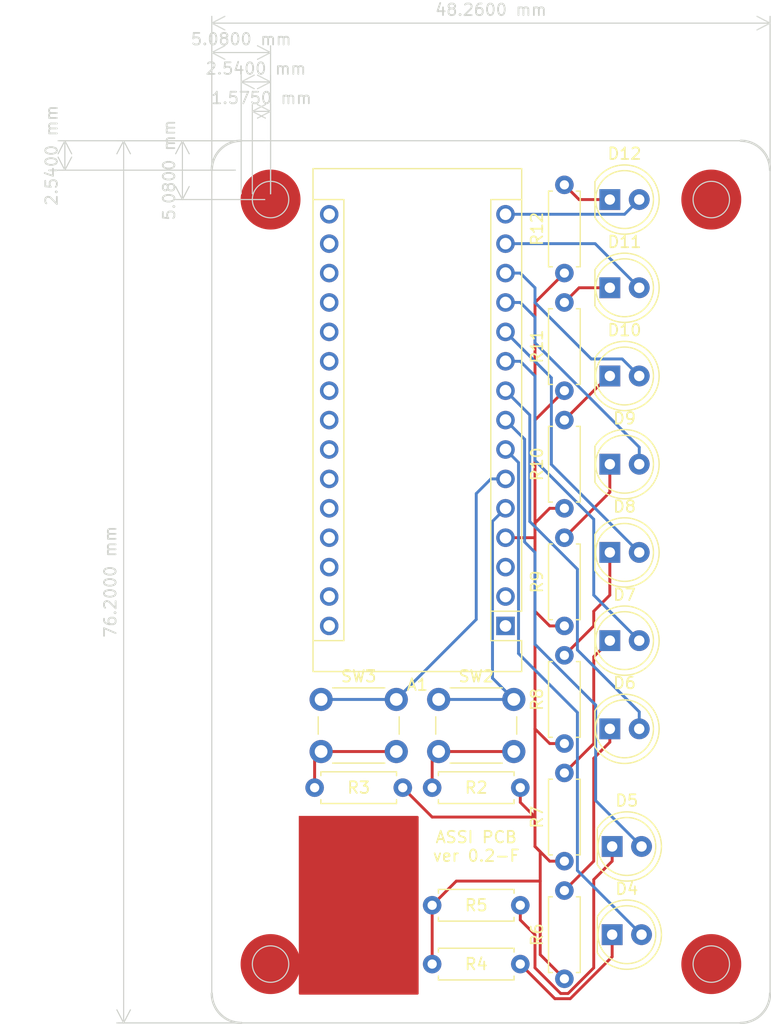
<source format=kicad_pcb>
(kicad_pcb (version 20211014) (generator pcbnew)
  (layers (0 "F.Cu" signal) (31 "B.Cu" signal) (34 "B.Paste" user) (35 "F.Paste" user) (36 "B.SilkS" user "B.Silkscreen") (37 "F.SilkS" user "F.Silkscreen") (38 "B.Mask" user) (39 "F.Mask" user) (44 "Edge.Cuts" user))
  (net 0 "")
  (net 4 "Net-(A1-Pad4)")
  (net 5 "Net-(A1-Pad5)")
  (net 6 "Net-(A1-Pad6)")
  (net 7 "Net-(A1-Pad7)")
  (net 8 "Net-(A1-Pad8)")
  (net 9 "Net-(A1-Pad9)")
  (net 10 "Net-(A1-Pad10)")
  (net 11 "Net-(A1-Pad11)")
  (net 12 "Net-(A1-Pad12)")
  (net 13 "Net-(A1-Pad13)")
  (net 14 "Net-(A1-Pad14)")
  (net 15 "Net-(A1-Pad15)")
  (net 31 "Net-(D9-Pad1)")
  (net 32 "Net-(D10-Pad1)")
  (net 33 "Net-(D11-Pad1)")
  (net 34 "Net-(D4-Pad1)")
  (net 35 "Net-(D5-Pad1)")
  (net 36 "Net-(D6-Pad1)")
  (net 37 "Net-(D7-Pad1)")
  (net 38 "Net-(D8-Pad1)")
  (net 39 "Net-(D12-Pad1)")
  (net 40 "Net-(R2-Pad2)")
  (net 41 "Net-(R3-Pad2)")
  (footprint "LED_THT:LED_D5.0mm" (layer "F.Cu") (at 187.4 103.1)
    (fp_text reference "D8" (at 1.27 -3.96) (layer "F.SilkS"))
    (fp_text value "LED")
    (fp_line (start -1.29 -1.545) (end -1.29 1.545) (layer "F.SilkS") (width 0.12))
    (fp_arc (start 4.26 -0.000462) (mid 2.072002 2.880433) (end -1.29 1.54483) (layer "F.SilkS") (width 0.12))
    (fp_arc (start -1.29 -1.54483) (mid 2.072002 -2.880433) (end 4.26 0.000462) (layer "F.SilkS") (width 0.12))
    (fp_circle (center 1.27 0) (end 3.77 0) (layer "F.SilkS") (width 0.12) (fill none))
    (pad "1" thru_hole rect (at 0 0) (size 1.8 1.8) (drill 0.9) (layers *.Cu *.Mask) (net 38 "Net-(D8-Pad1)"))
    (pad "2" thru_hole circle (at 2.54 0) (size 1.8 1.8) (drill 0.9) (layers *.Cu *.Mask) (net 11 "Net-(A1-Pad11)"))
  )
  (footprint "Resistor_THT:R_Axial_DIN0207_L6.3mm_D2.5mm_P7.62mm_Horizontal" (layer "F.Cu") (at 183.47 129.77 90)
    (fp_text reference "R7" (at 3.81 -2.37 90) (layer "F.SilkS"))
    (fp_text value "220R")
    (fp_line (start 0.54 -1.04) (end 0.54 -1.37) (layer "F.SilkS") (width 0.12))
    (fp_line (start 0.54 1.37) (end 7.08 1.37) (layer "F.SilkS") (width 0.12))
    (fp_line (start 7.08 -1.37) (end 7.08 -1.04) (layer "F.SilkS") (width 0.12))
    (fp_line (start 7.08 1.37) (end 7.08 1.04) (layer "F.SilkS") (width 0.12))
    (fp_line (start 0.54 -1.37) (end 7.08 -1.37) (layer "F.SilkS") (width 0.12))
    (fp_line (start 0.54 1.04) (end 0.54 1.37) (layer "F.SilkS") (width 0.12))
    (pad "1" thru_hole circle (at 0 0 90) (size 1.6 1.6) (drill 0.8) (layers *.Cu *.Mask) (net 4 "Net-(A1-Pad4)"))
    (pad "2" thru_hole oval (at 7.62 0 90) (size 1.6 1.6) (drill 0.8) (layers *.Cu *.Mask) (net 37 "Net-(D7-Pad1)"))
  )
  (footprint "LED_THT:LED_D5.0mm" (layer "F.Cu") (at 187.4 87.86)
    (fp_text reference "D10" (at 1.27 -3.96) (layer "F.SilkS"))
    (fp_text value "LED")
    (fp_line (start -1.29 -1.545) (end -1.29 1.545) (layer "F.SilkS") (width 0.12))
    (fp_arc (start 4.26 -0.000462) (mid 2.072002 2.880433) (end -1.29 1.54483) (layer "F.SilkS") (width 0.12))
    (fp_arc (start -1.29 -1.54483) (mid 2.072002 -2.880433) (end 4.26 0.000462) (layer "F.SilkS") (width 0.12))
    (fp_circle (center 1.27 0) (end 3.77 0) (layer "F.SilkS") (width 0.12) (fill none))
    (pad "1" thru_hole rect (at 0 0) (size 1.8 1.8) (drill 0.9) (layers *.Cu *.Mask) (net 32 "Net-(D10-Pad1)"))
    (pad "2" thru_hole circle (at 2.54 0) (size 1.8 1.8) (drill 0.9) (layers *.Cu *.Mask) (net 13 "Net-(A1-Pad13)"))
  )
  (footprint "Resistor_THT:R_Axial_DIN0207_L6.3mm_D2.5mm_P7.62mm_Horizontal" (layer "F.Cu") (at 183.47 89.13 90)
    (fp_text reference "R11" (at 3.81 -2.37 90) (layer "F.SilkS"))
    (fp_text value "220R")
    (fp_line (start 0.54 1.37) (end 7.08 1.37) (layer "F.SilkS") (width 0.12))
    (fp_line (start 0.54 -1.04) (end 0.54 -1.37) (layer "F.SilkS") (width 0.12))
    (fp_line (start 0.54 -1.37) (end 7.08 -1.37) (layer "F.SilkS") (width 0.12))
    (fp_line (start 0.54 1.04) (end 0.54 1.37) (layer "F.SilkS") (width 0.12))
    (fp_line (start 7.08 -1.37) (end 7.08 -1.04) (layer "F.SilkS") (width 0.12))
    (fp_line (start 7.08 1.37) (end 7.08 1.04) (layer "F.SilkS") (width 0.12))
    (pad "1" thru_hole circle (at 0 0 90) (size 1.6 1.6) (drill 0.8) (layers *.Cu *.Mask) (net 4 "Net-(A1-Pad4)"))
    (pad "2" thru_hole oval (at 7.62 0 90) (size 1.6 1.6) (drill 0.8) (layers *.Cu *.Mask) (net 33 "Net-(D11-Pad1)"))
  )
  (footprint "LOGO" (layer "F.Cu") (at 165.69 133.58 90)
    (fp_text reference "" (at 0 0 90) (layer "F.SilkS") (effects (font (size 1.524 1.524) (thickness 0.3))))
    (fp_text value "LOGO" hide)
  )
  (footprint "LED_THT:LED_D5.0mm" (layer "F.Cu") (at 187.6 128.5)
    (fp_text reference "D5" (at 1.27 -3.96) (layer "F.SilkS"))
    (fp_text value "LED")
    (fp_line (start -1.29 -1.545) (end -1.29 1.545) (layer "F.SilkS") (width 0.12))
    (fp_arc (start -1.29 -1.54483) (mid 2.072002 -2.880433) (end 4.26 0.000462) (layer "F.SilkS") (width 0.12))
    (fp_arc (start 4.26 -0.000462) (mid 2.072002 2.880433) (end -1.29 1.54483) (layer "F.SilkS") (width 0.12))
    (fp_circle (center 1.27 0) (end 3.77 0) (layer "F.SilkS") (width 0.12) (fill none))
    (pad "1" thru_hole rect (at 0 0) (size 1.8 1.8) (drill 0.9) (layers *.Cu *.Mask) (net 35 "Net-(D5-Pad1)"))
    (pad "2" thru_hole circle (at 2.54 0) (size 1.8 1.8) (drill 0.9) (layers *.Cu *.Mask) (net 8 "Net-(A1-Pad8)"))
  )
  (footprint "LED_THT:LED_D5.0mm" (layer "F.Cu") (at 187.4 95.48)
    (fp_text reference "D9" (at 1.27 -3.96) (layer "F.SilkS"))
    (fp_text value "LED")
    (fp_line (start -1.29 -1.545) (end -1.29 1.545) (layer "F.SilkS") (width 0.12))
    (fp_arc (start -1.29 -1.54483) (mid 2.072002 -2.880433) (end 4.26 0.000462) (layer "F.SilkS") (width 0.12))
    (fp_arc (start 4.26 -0.000462) (mid 2.072002 2.880433) (end -1.29 1.54483) (layer "F.SilkS") (width 0.12))
    (fp_circle (center 1.27 0) (end 3.77 0) (layer "F.SilkS") (width 0.12) (fill none))
    (pad "1" thru_hole rect (at 0 0) (size 1.8 1.8) (drill 0.9) (layers *.Cu *.Mask) (net 31 "Net-(D9-Pad1)"))
    (pad "2" thru_hole circle (at 2.54 0) (size 1.8 1.8) (drill 0.9) (layers *.Cu *.Mask) (net 12 "Net-(A1-Pad12)"))
  )
  (footprint "Resistor_THT:R_Axial_DIN0207_L6.3mm_D2.5mm_P7.62mm_Horizontal" (layer "F.Cu") (at 183.47 99.29 90)
    (fp_text reference "R10" (at 3.81 -2.37 90) (layer "F.SilkS"))
    (fp_text value "220R")
    (fp_line (start 0.54 -1.37) (end 7.08 -1.37) (layer "F.SilkS") (width 0.12))
    (fp_line (start 7.08 1.37) (end 7.08 1.04) (layer "F.SilkS") (width 0.12))
    (fp_line (start 0.54 1.04) (end 0.54 1.37) (layer "F.SilkS") (width 0.12))
    (fp_line (start 0.54 1.37) (end 7.08 1.37) (layer "F.SilkS") (width 0.12))
    (fp_line (start 0.54 -1.04) (end 0.54 -1.37) (layer "F.SilkS") (width 0.12))
    (fp_line (start 7.08 -1.37) (end 7.08 -1.04) (layer "F.SilkS") (width 0.12))
    (pad "1" thru_hole circle (at 0 0 90) (size 1.6 1.6) (drill 0.8) (layers *.Cu *.Mask) (net 4 "Net-(A1-Pad4)"))
    (pad "2" thru_hole oval (at 7.62 0 90) (size 1.6 1.6) (drill 0.8) (layers *.Cu *.Mask) (net 32 "Net-(D10-Pad1)"))
  )
  (footprint "LED_THT:LED_D5.0mm" (layer "F.Cu") (at 187.4 80.24)
    (fp_text reference "D11" (at 1.27 -3.96) (layer "F.SilkS"))
    (fp_text value "LED")
    (fp_line (start -1.29 -1.545) (end -1.29 1.545) (layer "F.SilkS") (width 0.12))
    (fp_arc (start 4.26 -0.000462) (mid 2.072002 2.880433) (end -1.29 1.54483) (layer "F.SilkS") (width 0.12))
    (fp_arc (start -1.29 -1.54483) (mid 2.072002 -2.880433) (end 4.26 0.000462) (layer "F.SilkS") (width 0.12))
    (fp_circle (center 1.27 0) (end 3.77 0) (layer "F.SilkS") (width 0.12) (fill none))
    (pad "1" thru_hole rect (at 0 0) (size 1.8 1.8) (drill 0.9) (layers *.Cu *.Mask) (net 33 "Net-(D11-Pad1)"))
    (pad "2" thru_hole circle (at 2.54 0) (size 1.8 1.8) (drill 0.9) (layers *.Cu *.Mask) (net 14 "Net-(A1-Pad14)"))
  )
  (footprint "LED_THT:LED_D5.0mm" (layer "F.Cu") (at 187.4 118.34)
    (fp_text reference "D6" (at 1.27 -3.96) (layer "F.SilkS"))
    (fp_text value "LED")
    (fp_line (start -1.29 -1.545) (end -1.29 1.545) (layer "F.SilkS") (width 0.12))
    (fp_arc (start 4.26 -0.000462) (mid 2.072002 2.880433) (end -1.29 1.54483) (layer "F.SilkS") (width 0.12))
    (fp_arc (start -1.29 -1.54483) (mid 2.072002 -2.880433) (end 4.26 0.000462) (layer "F.SilkS") (width 0.12))
    (fp_circle (center 1.27 0) (end 3.77 0) (layer "F.SilkS") (width 0.12) (fill none))
    (pad "1" thru_hole rect (at 0 0) (size 1.8 1.8) (drill 0.9) (layers *.Cu *.Mask) (net 36 "Net-(D6-Pad1)"))
    (pad "2" thru_hole circle (at 2.54 0) (size 1.8 1.8) (drill 0.9) (layers *.Cu *.Mask) (net 9 "Net-(A1-Pad9)"))
  )
  (footprint "Resistor_THT:R_Axial_DIN0207_L6.3mm_D2.5mm_P7.62mm_Horizontal" (layer "F.Cu") (at 172.04 138.66)
    (fp_text reference "R4" (at 3.81 0) (layer "F.SilkS"))
    (fp_text value "220R")
    (fp_line (start 0.54 -1.04) (end 0.54 -1.37) (layer "F.SilkS") (width 0.12))
    (fp_line (start 7.08 -1.37) (end 7.08 -1.04) (layer "F.SilkS") (width 0.12))
    (fp_line (start 0.54 -1.37) (end 7.08 -1.37) (layer "F.SilkS") (width 0.12))
    (fp_line (start 7.08 1.37) (end 7.08 1.04) (layer "F.SilkS") (width 0.12))
    (fp_line (start 0.54 1.04) (end 0.54 1.37) (layer "F.SilkS") (width 0.12))
    (fp_line (start 0.54 1.37) (end 7.08 1.37) (layer "F.SilkS") (width 0.12))
    (pad "1" thru_hole circle (at 0 0) (size 1.6 1.6) (drill 0.8) (layers *.Cu *.Mask) (net 4 "Net-(A1-Pad4)"))
    (pad "2" thru_hole oval (at 7.62 0) (size 1.6 1.6) (drill 0.8) (layers *.Cu *.Mask) (net 34 "Net-(D4-Pad1)"))
  )
  (footprint "Resistor_THT:R_Axial_DIN0207_L6.3mm_D2.5mm_P7.62mm_Horizontal" (layer "F.Cu") (at 179.66 123.42 180)
    (fp_text reference "R2" (at 3.81 0) (layer "F.SilkS"))
    (fp_text value "220R")
    (fp_line (start 0.54 1.04) (end 0.54 1.37) (layer "F.SilkS") (width 0.12))
    (fp_line (start 0.54 -1.04) (end 0.54 -1.37) (layer "F.SilkS") (width 0.12))
    (fp_line (start 0.54 1.37) (end 7.08 1.37) (layer "F.SilkS") (width 0.12))
    (fp_line (start 0.54 -1.37) (end 7.08 -1.37) (layer "F.SilkS") (width 0.12))
    (fp_line (start 7.08 1.37) (end 7.08 1.04) (layer "F.SilkS") (width 0.12))
    (fp_line (start 7.08 -1.37) (end 7.08 -1.04) (layer "F.SilkS") (width 0.12))
    (pad "1" thru_hole circle (at 0 0 180) (size 1.6 1.6) (drill 0.8) (layers *.Cu *.Mask) (net 4 "Net-(A1-Pad4)"))
    (pad "2" thru_hole oval (at 7.62 0 180) (size 1.6 1.6) (drill 0.8) (layers *.Cu *.Mask) (net 40 "Net-(R2-Pad2)"))
  )
  (footprint "Resistor_THT:R_Axial_DIN0207_L6.3mm_D2.5mm_P7.62mm_Horizontal" (layer "F.Cu") (at 183.47 139.93 90)
    (fp_text reference "R6" (at 3.81 -2.37 90) (layer "F.SilkS"))
    (fp_text value "220R")
    (fp_line (start 0.54 -1.37) (end 7.08 -1.37) (layer "F.SilkS") (width 0.12))
    (fp_line (start 0.54 1.04) (end 0.54 1.37) (layer "F.SilkS") (width 0.12))
    (fp_line (start 0.54 -1.04) (end 0.54 -1.37) (layer "F.SilkS") (width 0.12))
    (fp_line (start 7.08 -1.37) (end 7.08 -1.04) (layer "F.SilkS") (width 0.12))
    (fp_line (start 7.08 1.37) (end 7.08 1.04) (layer "F.SilkS") (width 0.12))
    (fp_line (start 0.54 1.37) (end 7.08 1.37) (layer "F.SilkS") (width 0.12))
    (pad "1" thru_hole circle (at 0 0 90) (size 1.6 1.6) (drill 0.8) (layers *.Cu *.Mask) (net 4 "Net-(A1-Pad4)"))
    (pad "2" thru_hole oval (at 7.62 0 90) (size 1.6 1.6) (drill 0.8) (layers *.Cu *.Mask) (net 36 "Net-(D6-Pad1)"))
  )
  (footprint "LED_THT:LED_D5.0mm" (layer "F.Cu") (at 187.6 136.12)
    (fp_text reference "D4" (at 1.27 -3.96) (layer "F.SilkS"))
    (fp_text value "LED")
    (fp_line (start -1.29 -1.545) (end -1.29 1.545) (layer "F.SilkS") (width 0.12))
    (fp_arc (start -1.29 -1.54483) (mid 2.072002 -2.880433) (end 4.26 0.000462) (layer "F.SilkS") (width 0.12))
    (fp_arc (start 4.26 -0.000462) (mid 2.072002 2.880433) (end -1.29 1.54483) (layer "F.SilkS") (width 0.12))
    (fp_circle (center 1.27 0) (end 3.77 0) (layer "F.SilkS") (width 0.12) (fill none))
    (pad "1" thru_hole rect (at 0 0) (size 1.8 1.8) (drill 0.9) (layers *.Cu *.Mask) (net 34 "Net-(D4-Pad1)"))
    (pad "2" thru_hole circle (at 2.54 0) (size 1.8 1.8) (drill 0.9) (layers *.Cu *.Mask) (net 7 "Net-(A1-Pad7)"))
  )
  (footprint "Button_Switch_THT:SW_PUSH_6mm" (layer "F.Cu") (at 162.44 115.8)
    (fp_text reference "SW3" (at 3.25 -2) (layer "F.SilkS"))
    (fp_text value "SW_Push")
    (fp_line (start 5.5 -1) (end 1 -1) (layer "F.SilkS") (width 0.12))
    (fp_line (start 1 5.5) (end 5.5 5.5) (layer "F.SilkS") (width 0.12))
    (fp_line (start -0.25 1.5) (end -0.25 3) (layer "F.SilkS") (width 0.12))
    (fp_line (start 6.75 3) (end 6.75 1.5) (layer "F.SilkS") (width 0.12))
    (pad "1" thru_hole circle (at 0 0 90) (size 2 2) (drill 1.1) (layers *.Cu *.Mask) (net 6 "Net-(A1-Pad6)"))
    (pad "1" thru_hole circle (at 6.5 0 90) (size 2 2) (drill 1.1) (layers *.Cu *.Mask) (net 6 "Net-(A1-Pad6)"))
    (pad "2" thru_hole circle (at 6.5 4.5 90) (size 2 2) (drill 1.1) (layers *.Cu *.Mask) (net 41 "Net-(R3-Pad2)"))
    (pad "2" thru_hole circle (at 0 4.5 90) (size 2 2) (drill 1.1) (layers *.Cu *.Mask) (net 41 "Net-(R3-Pad2)"))
  )
  (footprint "Resistor_THT:R_Axial_DIN0207_L6.3mm_D2.5mm_P7.62mm_Horizontal" (layer "F.Cu") (at 172.04 133.58)
    (fp_text reference "R5" (at 3.81 0) (layer "F.SilkS"))
    (fp_text value "220R")
    (fp_line (start 0.54 1.37) (end 7.08 1.37) (layer "F.SilkS") (width 0.12))
    (fp_line (start 0.54 -1.04) (end 0.54 -1.37) (layer "F.SilkS") (width 0.12))
    (fp_line (start 7.08 -1.37) (end 7.08 -1.04) (layer "F.SilkS") (width 0.12))
    (fp_line (start 0.54 -1.37) (end 7.08 -1.37) (layer "F.SilkS") (width 0.12))
    (fp_line (start 0.54 1.04) (end 0.54 1.37) (layer "F.SilkS") (width 0.12))
    (fp_line (start 7.08 1.37) (end 7.08 1.04) (layer "F.SilkS") (width 0.12))
    (pad "1" thru_hole circle (at 0 0) (size 1.6 1.6) (drill 0.8) (layers *.Cu *.Mask) (net 4 "Net-(A1-Pad4)"))
    (pad "2" thru_hole oval (at 7.62 0) (size 1.6 1.6) (drill 0.8) (layers *.Cu *.Mask) (net 35 "Net-(D5-Pad1)"))
  )
  (footprint "Button_Switch_THT:SW_PUSH_6mm" (layer "F.Cu") (at 172.6 115.8)
    (fp_text reference "SW2" (at 3.25 -2) (layer "F.SilkS"))
    (fp_text value "SW_Push")
    (fp_line (start 1 5.5) (end 5.5 5.5) (layer "F.SilkS") (width 0.12))
    (fp_line (start 6.75 3) (end 6.75 1.5) (layer "F.SilkS") (width 0.12))
    (fp_line (start -0.25 1.5) (end -0.25 3) (layer "F.SilkS") (width 0.12))
    (fp_line (start 5.5 -1) (end 1 -1) (layer "F.SilkS") (width 0.12))
    (pad "1" thru_hole circle (at 0 0 90) (size 2 2) (drill 1.1) (layers *.Cu *.Mask) (net 5 "Net-(A1-Pad5)"))
    (pad "1" thru_hole circle (at 6.5 0 90) (size 2 2) (drill 1.1) (layers *.Cu *.Mask) (net 5 "Net-(A1-Pad5)"))
    (pad "2" thru_hole circle (at 0 4.5 90) (size 2 2) (drill 1.1) (layers *.Cu *.Mask) (net 40 "Net-(R2-Pad2)"))
    (pad "2" thru_hole circle (at 6.5 4.5 90) (size 2 2) (drill 1.1) (layers *.Cu *.Mask) (net 40 "Net-(R2-Pad2)"))
  )
  (footprint "LED_THT:LED_D5.0mm" (layer "F.Cu") (at 187.4 110.72)
    (fp_text reference "D7" (at 1.27 -3.96) (layer "F.SilkS"))
    (fp_text value "LED")
    (fp_line (start -1.29 -1.545) (end -1.29 1.545) (layer "F.SilkS") (width 0.12))
    (fp_arc (start 4.26 -0.000462) (mid 2.072002 2.880433) (end -1.29 1.54483) (layer "F.SilkS") (width 0.12))
    (fp_arc (start -1.29 -1.54483) (mid 2.072002 -2.880433) (end 4.26 0.000462) (layer "F.SilkS") (width 0.12))
    (fp_circle (center 1.27 0) (end 3.77 0) (layer "F.SilkS") (width 0.12) (fill none))
    (pad "1" thru_hole rect (at 0 0) (size 1.8 1.8) (drill 0.9) (layers *.Cu *.Mask) (net 37 "Net-(D7-Pad1)"))
    (pad "2" thru_hole circle (at 2.54 0) (size 1.8 1.8) (drill 0.9) (layers *.Cu *.Mask) (net 10 "Net-(A1-Pad10)"))
  )
  (footprint "Resistor_THT:R_Axial_DIN0207_L6.3mm_D2.5mm_P7.62mm_Horizontal" (layer "F.Cu") (at 169.5 123.42 180)
    (fp_text reference "R3" (at 3.81 0) (layer "F.SilkS"))
    (fp_text value "220R")
    (fp_line (start 0.54 -1.37) (end 7.08 -1.37) (layer "F.SilkS") (width 0.12))
    (fp_line (start 0.54 -1.04) (end 0.54 -1.37) (layer "F.SilkS") (width 0.12))
    (fp_line (start 7.08 1.37) (end 7.08 1.04) (layer "F.SilkS") (width 0.12))
    (fp_line (start 7.08 -1.37) (end 7.08 -1.04) (layer "F.SilkS") (width 0.12))
    (fp_line (start 0.54 1.04) (end 0.54 1.37) (layer "F.SilkS") (width 0.12))
    (fp_line (start 0.54 1.37) (end 7.08 1.37) (layer "F.SilkS") (width 0.12))
    (pad "1" thru_hole circle (at 0 0 180) (size 1.6 1.6) (drill 0.8) (layers *.Cu *.Mask) (net 4 "Net-(A1-Pad4)"))
    (pad "2" thru_hole oval (at 7.62 0 180) (size 1.6 1.6) (drill 0.8) (layers *.Cu *.Mask) (net 41 "Net-(R3-Pad2)"))
  )
  (footprint "Module:Arduino_Nano" (layer "F.Cu") (at 178.38 109.45 180)
    (fp_text reference "A1" (at 7.62 -5.08) (layer "F.SilkS"))
    (fp_text value "Arduino_Nano_v3.x")
    (fp_line (start 1.27 -1.27) (end -1.4 -1.27) (layer "F.SilkS") (width 0.12))
    (fp_line (start 13.97 -1.27) (end 13.97 36.83) (layer "F.SilkS") (width 0.12))
    (fp_line (start 1.27 1.27) (end -1.4 1.27) (layer "F.SilkS") (width 0.12))
    (fp_line (start -1.4 39.5) (end 16.64 39.5) (layer "F.SilkS") (width 0.12))
    (fp_line (start 1.27 1.27) (end 1.27 36.83) (layer "F.SilkS") (width 0.12))
    (fp_line (start 1.27 1.27) (end 1.27 -1.27) (layer "F.SilkS") (width 0.12))
    (fp_line (start 13.97 36.83) (end 16.64 36.83) (layer "F.SilkS") (width 0.12))
    (fp_line (start -1.4 -3.94) (end -1.4 -1.27) (layer "F.SilkS") (width 0.12))
    (fp_line (start 1.27 36.83) (end -1.4 36.83) (layer "F.SilkS") (width 0.12))
    (fp_line (start -1.4 1.27) (end -1.4 39.5) (layer "F.SilkS") (width 0.12))
    (fp_line (start 13.97 -1.27) (end 16.64 -1.27) (layer "F.SilkS") (width 0.12))
    (fp_line (start 16.64 39.5) (end 16.64 -3.94) (layer "F.SilkS") (width 0.12))
    (fp_line (start 16.64 -3.94) (end -1.4 -3.94) (layer "F.SilkS") (width 0.12))
    (pad "1" thru_hole rect (at 0 0 180) (size 1.6 1.6) (drill 1) (layers *.Cu *.Mask))
    (pad "2" thru_hole oval (at 0 2.54 180) (size 1.6 1.6) (drill 1) (layers *.Cu *.Mask))
    (pad "3" thru_hole oval (at 0 5.08 180) (size 1.6 1.6) (drill 1) (layers *.Cu *.Mask))
    (pad "4" thru_hole oval (at 0 7.62 180) (size 1.6 1.6) (drill 1) (layers *.Cu *.Mask) (net 4 "Net-(A1-Pad4)"))
    (pad "5" thru_hole oval (at 0 10.16 180) (size 1.6 1.6) (drill 1) (layers *.Cu *.Mask) (net 5 "Net-(A1-Pad5)"))
    (pad "6" thru_hole oval (at 0 12.7 180) (size 1.6 1.6) (drill 1) (layers *.Cu *.Mask) (net 6 "Net-(A1-Pad6)"))
    (pad "7" thru_hole oval (at 0 15.24 180) (size 1.6 1.6) (drill 1) (layers *.Cu *.Mask) (net 7 "Net-(A1-Pad7)"))
    (pad "8" thru_hole oval (at 0 17.78 180) (size 1.6 1.6) (drill 1) (layers *.Cu *.Mask) (net 8 "Net-(A1-Pad8)"))
    (pad "9" thru_hole oval (at 0 20.32 180) (size 1.6 1.6) (drill 1) (layers *.Cu *.Mask) (net 9 "Net-(A1-Pad9)"))
    (pad "10" thru_hole oval (at 0 22.86 180) (size 1.6 1.6) (drill 1) (layers *.Cu *.Mask) (net 10 "Net-(A1-Pad10)"))
    (pad "11" thru_hole oval (at 0 25.4 180) (size 1.6 1.6) (drill 1) (layers *.Cu *.Mask) (net 11 "Net-(A1-Pad11)"))
    (pad "12" thru_hole oval (at 0 27.94 180) (size 1.6 1.6) (drill 1) (layers *.Cu *.Mask) (net 12 "Net-(A1-Pad12)"))
    (pad "13" thru_hole oval (at 0 30.48 180) (size 1.6 1.6) (drill 1) (layers *.Cu *.Mask) (net 13 "Net-(A1-Pad13)"))
    (pad "14" thru_hole oval (at 0 33.02 180) (size 1.6 1.6) (drill 1) (layers *.Cu *.Mask) (net 14 "Net-(A1-Pad14)"))
    (pad "15" thru_hole oval (at 0 35.56 180) (size 1.6 1.6) (drill 1) (layers *.Cu *.Mask) (net 15 "Net-(A1-Pad15)"))
    (pad "16" thru_hole oval (at 15.24 35.56 180) (size 1.6 1.6) (drill 1) (layers *.Cu *.Mask))
    (pad "17" thru_hole oval (at 15.24 33.02 180) (size 1.6 1.6) (drill 1) (layers *.Cu *.Mask))
    (pad "18" thru_hole oval (at 15.24 30.48 180) (size 1.6 1.6) (drill 1) (layers *.Cu *.Mask))
    (pad "19" thru_hole oval (at 15.24 27.94 180) (size 1.6 1.6) (drill 1) (layers *.Cu *.Mask))
    (pad "20" thru_hole oval (at 15.24 25.4 180) (size 1.6 1.6) (drill 1) (layers *.Cu *.Mask))
    (pad "21" thru_hole oval (at 15.24 22.86 180) (size 1.6 1.6) (drill 1) (layers *.Cu *.Mask))
    (pad "22" thru_hole oval (at 15.24 20.32 180) (size 1.6 1.6) (drill 1) (layers *.Cu *.Mask))
    (pad "23" thru_hole oval (at 15.24 17.78 180) (size 1.6 1.6) (drill 1) (layers *.Cu *.Mask))
    (pad "24" thru_hole oval (at 15.24 15.24 180) (size 1.6 1.6) (drill 1) (layers *.Cu *.Mask))
    (pad "25" thru_hole oval (at 15.24 12.7 180) (size 1.6 1.6) (drill 1) (layers *.Cu *.Mask))
    (pad "26" thru_hole oval (at 15.24 10.16 180) (size 1.6 1.6) (drill 1) (layers *.Cu *.Mask))
    (pad "27" thru_hole oval (at 15.24 7.62 180) (size 1.6 1.6) (drill 1) (layers *.Cu *.Mask))
    (pad "28" thru_hole oval (at 15.24 5.08 180) (size 1.6 1.6) (drill 1) (layers *.Cu *.Mask))
    (pad "29" thru_hole oval (at 15.24 2.54 180) (size 1.6 1.6) (drill 1) (layers *.Cu *.Mask))
    (pad "30" thru_hole oval (at 15.24 0 180) (size 1.6 1.6) (drill 1) (layers *.Cu *.Mask))
  )
  (footprint "Resistor_THT:R_Axial_DIN0207_L6.3mm_D2.5mm_P7.62mm_Horizontal" (layer "F.Cu") (at 183.47 78.97 90)
    (fp_text reference "R12" (at 3.81 -2.37 90) (layer "F.SilkS"))
    (fp_text value "220R")
    (fp_line (start 7.08 1.37) (end 7.08 1.04) (layer "F.SilkS") (width 0.12))
    (fp_line (start 7.08 -1.37) (end 7.08 -1.04) (layer "F.SilkS") (width 0.12))
    (fp_line (start 0.54 -1.37) (end 7.08 -1.37) (layer "F.SilkS") (width 0.12))
    (fp_line (start 0.54 1.04) (end 0.54 1.37) (layer "F.SilkS") (width 0.12))
    (fp_line (start 0.54 -1.04) (end 0.54 -1.37) (layer "F.SilkS") (width 0.12))
    (fp_line (start 0.54 1.37) (end 7.08 1.37) (layer "F.SilkS") (width 0.12))
    (pad "1" thru_hole circle (at 0 0 90) (size 1.6 1.6) (drill 0.8) (layers *.Cu *.Mask) (net 4 "Net-(A1-Pad4)"))
    (pad "2" thru_hole oval (at 7.62 0 90) (size 1.6 1.6) (drill 0.8) (layers *.Cu *.Mask) (net 39 "Net-(D12-Pad1)"))
  )
  (footprint "Resistor_THT:R_Axial_DIN0207_L6.3mm_D2.5mm_P7.62mm_Horizontal" (layer "F.Cu") (at 183.47 109.45 90)
    (fp_text reference "R9" (at 3.81 -2.37 90) (layer "F.SilkS"))
    (fp_text value "220R")
    (fp_line (start 7.08 1.37) (end 7.08 1.04) (layer "F.SilkS") (width 0.12))
    (fp_line (start 0.54 1.04) (end 0.54 1.37) (layer "F.SilkS") (width 0.12))
    (fp_line (start 0.54 -1.37) (end 7.08 -1.37) (layer "F.SilkS") (width 0.12))
    (fp_line (start 7.08 -1.37) (end 7.08 -1.04) (layer "F.SilkS") (width 0.12))
    (fp_line (start 0.54 -1.04) (end 0.54 -1.37) (layer "F.SilkS") (width 0.12))
    (fp_line (start 0.54 1.37) (end 7.08 1.37) (layer "F.SilkS") (width 0.12))
    (pad "1" thru_hole circle (at 0 0 90) (size 1.6 1.6) (drill 0.8) (layers *.Cu *.Mask) (net 4 "Net-(A1-Pad4)"))
    (pad "2" thru_hole oval (at 7.62 0 90) (size 1.6 1.6) (drill 0.8) (layers *.Cu *.Mask) (net 31 "Net-(D9-Pad1)"))
  )
  (footprint "Resistor_THT:R_Axial_DIN0207_L6.3mm_D2.5mm_P7.62mm_Horizontal" (layer "F.Cu") (at 183.47 119.61 90)
    (fp_text reference "R8" (at 3.81 -2.37 90) (layer "F.SilkS"))
    (fp_text value "220R")
    (fp_line (start 7.08 1.37) (end 7.08 1.04) (layer "F.SilkS") (width 0.12))
    (fp_line (start 0.54 1.04) (end 0.54 1.37) (layer "F.SilkS") (width 0.12))
    (fp_line (start 0.54 -1.37) (end 7.08 -1.37) (layer "F.SilkS") (width 0.12))
    (fp_line (start 7.08 -1.37) (end 7.08 -1.04) (layer "F.SilkS") (width 0.12))
    (fp_line (start 0.54 1.37) (end 7.08 1.37) (layer "F.SilkS") (width 0.12))
    (fp_line (start 0.54 -1.04) (end 0.54 -1.37) (layer "F.SilkS") (width 0.12))
    (pad "1" thru_hole circle (at 0 0 90) (size 1.6 1.6) (drill 0.8) (layers *.Cu *.Mask) (net 4 "Net-(A1-Pad4)"))
    (pad "2" thru_hole oval (at 7.62 0 90) (size 1.6 1.6) (drill 0.8) (layers *.Cu *.Mask) (net 38 "Net-(D8-Pad1)"))
  )
  (footprint "LED_THT:LED_D5.0mm" (layer "F.Cu") (at 187.4 72.62)
    (fp_text reference "D12" (at 1.27 -3.96) (layer "F.SilkS"))
    (fp_text value "LED")
    (fp_line (start -1.29 -1.545) (end -1.29 1.545) (layer "F.SilkS") (width 0.12))
    (fp_arc (start 4.26 -0.000462) (mid 2.072002 2.880433) (end -1.29 1.54483) (layer "F.SilkS") (width 0.12))
    (fp_arc (start -1.29 -1.54483) (mid 2.072002 -2.880433) (end 4.26 0.000462) (layer "F.SilkS") (width 0.12))
    (fp_circle (center 1.27 0) (end 3.77 0) (layer "F.SilkS") (width 0.12) (fill none))
    (pad "1" thru_hole rect (at 0 0) (size 1.8 1.8) (drill 0.9) (layers *.Cu *.Mask) (net 39 "Net-(D12-Pad1)"))
    (pad "2" thru_hole circle (at 2.54 0) (size 1.8 1.8) (drill 0.9) (layers *.Cu *.Mask) (net 15 "Net-(A1-Pad15)"))
  )
  (gr_circle (center 196.17 138.66) (end 198.71 138.66) (layer "F.Cu") (width 0.1) (fill solid))
  (gr_circle (center 158.07 72.62) (end 160.61 72.62) (layer "F.Cu") (width 0.1) (fill solid))
  (gr_rect (start 160.61 125.96) (end 170.77 141.2) (layer "F.Cu") (width 0.2) (fill solid))
  (gr_circle (center 196.17 72.62) (end 198.71 72.62) (layer "F.Cu") (width 0.1) (fill solid))
  (gr_circle (center 158.07 138.66) (end 160.61 138.66) (layer "F.Cu") (width 0.1) (fill solid))
  (gr_arc (start 198.71 67.54) (mid 200.506051 68.283949) (end 201.25 70.08) (layer "Edge.Cuts") (width 0.2))
  (gr_circle (center 158.07 138.66) (end 159.645 138.66) (layer "Edge.Cuts") (width 0.1) (fill none))
  (gr_arc (start 152.99 70.08) (mid 153.733949 68.283949) (end 155.53 67.54) (layer "Edge.Cuts") (width 0.2))
  (gr_line (start 198.71 67.54) (end 155.53 67.54) (layer "Edge.Cuts") (width 0.1))
  (gr_circle (center 196.17 138.66) (end 197.745 138.66) (layer "Edge.Cuts") (width 0.1) (fill none))
  (gr_arc (start 155.53 143.74) (mid 153.733949 142.996051) (end 152.99 141.2) (layer "Edge.Cuts") (width 0.2))
  (gr_line (start 155.53 143.74) (end 198.71 143.74) (layer "Edge.Cuts") (width 0.1))
  (gr_arc (start 201.25 141.2) (mid 200.506051 142.996051) (end 198.71 143.74) (layer "Edge.Cuts") (width 0.2))
  (gr_line (start 201.25 141.2) (end 201.25 70.08) (layer "Edge.Cuts") (width 0.1))
  (gr_circle (center 158.07 72.62) (end 159.645 72.62) (layer "Edge.Cuts") (width 0.1) (fill none))
  (gr_circle (center 196.17 72.62) (end 197.745 72.62) (layer "Edge.Cuts") (width 0.1) (fill none))
  (gr_line (start 152.99 70.08) (end 152.99 141.2) (layer "Edge.Cuts") (width 0.1))
  (gr_text "ASSI PCB\nver 0.2-F" (at 175.85 128.5) (layer "F.SilkS") (effects (font (size 1 1))))
  (dimension (type aligned) (layer "Edge.Cuts") (pts (xy 152.99 72.62) (xy 158.07 72.62)) (height -12.7) (gr_text "5.0800 mm" (at 155.53 58.77) (layer "Edge.Cuts") (effects (font (size 1 1) (thickness 0.15)))) (format (units 3) (units_format 1) (precision 4)) (style (thickness 0.1) (arrow_length 1.27) (text_position_mode 0) (extension_height 0.58642) (extension_offset 0.5) keep_text_aligned))
  (dimension (type aligned) (layer "Edge.Cuts") (pts (xy 152.99 70.08) (xy 201.25 70.08)) (height -12.7) (gr_text "48.2600 mm" (at 177.12 56.23) (layer "Edge.Cuts") (effects (font (size 1 1) (thickness 0.15)))) (format (units 3) (units_format 1) (precision 4)) (style (thickness 0.1) (arrow_length 1.27) (text_position_mode 0) (extension_height 0.58642) (extension_offset 0.5) keep_text_aligned))
  (dimension (type aligned) (layer "Edge.Cuts") (pts (xy 155.53 70.08) (xy 155.53 67.54)) (height -15.24) (gr_text "2.5400 mm" (at 139.14 68.81 90) (layer "Edge.Cuts") (effects (font (size 1 1) (thickness 0.15)))) (format (units 3) (units_format 1) (precision 4)) (style (thickness 0.1) (arrow_length 1.27) (text_position_mode 0) (extension_height 0.58642) (extension_offset 0.5) keep_text_aligned))
  (dimension (type aligned) (layer "Edge.Cuts") (pts (xy 158.07 72.62) (xy 156.495 72.62)) (height 7.62) (gr_text "1.5750 mm" (at 157.2825 63.85) (layer "Edge.Cuts") (effects (font (size 1 1) (thickness 0.15)))) (format (units 3) (units_format 1) (precision 4)) (style (thickness 0.1) (arrow_length 1.27) (text_position_mode 0) (extension_height 0.58642) (extension_offset 0.5) keep_text_aligned))
  (dimension (type aligned) (layer "Edge.Cuts") (pts (xy 155.53 143.74) (xy 155.53 67.54)) (height -10.16) (gr_text "76.2000 mm" (at 144.22 105.64 90) (layer "Edge.Cuts") (effects (font (size 1 1) (thickness 0.15)))) (format (units 3) (units_format 1) (precision 4)) (style (thickness 0.1) (arrow_length 1.27) (text_position_mode 0) (extension_height 0.58642) (extension_offset 0.5) keep_text_aligned))
  (dimension (type aligned) (layer "Edge.Cuts") (pts (xy 158.07 72.62) (xy 158.07 67.54)) (height -7.62) (gr_text "5.0800 mm" (at 149.3 70.08 90) (layer "Edge.Cuts") (effects (font (size 1 1) (thickness 0.15)))) (format (units 3) (units_format 1) (precision 4)) (style (thickness 0.1) (arrow_length 1.27) (text_position_mode 0) (extension_height 0.58642) (extension_offset 0.5) keep_text_aligned))
  (dimension (type aligned) (layer "Edge.Cuts") (pts (xy 158.07 72.62) (xy 155.53 72.62)) (height 10.16) (gr_text "2.5400 mm" (at 156.8 61.31) (layer "Edge.Cuts") (effects (font (size 1 1) (thickness 0.15)))) (format (units 3) (units_format 1) (precision 4)) (style (thickness 0.1) (arrow_length 1.27) (text_position_mode 0) (extension_height 0.58642) (extension_offset 0.5) keep_text_aligned))
  (segment (start 180.93 100.56) (end 182.2 99.29) (width 0.25) (layer "F.Cu") (net 4))
  (segment (start 181.37952 131.48952) (end 181.37952 137.83952) (width 0.25) (layer "F.Cu") (net 4))
  (segment (start 180.93 101.83) (end 180.93 108.18) (width 0.25) (layer "F.Cu") (net 4))
  (segment (start 182.2 109.45) (end 183.47 109.45) (width 0.25) (layer "F.Cu") (net 4))
  (segment (start 180.93 128.5) (end 182.2 129.77) (width 0.25) (layer "F.Cu") (net 4))
  (segment (start 172.04 133.58) (end 172.04 138.66) (width 0.25) (layer "F.Cu") (net 4))
  (segment (start 180.93 91.67) (end 180.93 81.51) (width 0.25) (layer "F.Cu") (net 4))
  (segment (start 180.93 108.18) (end 182.2 109.45) (width 0.25) (layer "F.Cu") (net 4))
  (segment (start 172.04 125.96) (end 169.5 123.42) (width 0.25) (layer "F.Cu") (net 4))
  (segment (start 182.2 119.61) (end 183.47 119.61) (width 0.25) (layer "F.Cu") (net 4))
  (segment (start 180.93 100.56) (end 180.93 91.67) (width 0.25) (layer "F.Cu") (net 4))
  (segment (start 180.93 128.5) (end 181.37952 128.94952) (width 0.25) (layer "F.Cu") (net 4))
  (segment (start 178.38 101.83) (end 180.93 101.83) (width 0.25) (layer "F.Cu") (net 4))
  (segment (start 180.93 125.96) (end 180.93 128.5) (width 0.25) (layer "F.Cu") (net 4))
  (segment (start 180.93 118.34) (end 180.93 125.96) (width 0.25) (layer "F.Cu") (net 4))
  (segment (start 181.37952 137.83952) (end 183.47 139.93) (width 0.25) (layer "F.Cu") (net 4))
  (segment (start 182.2 129.77) (end 183.47 129.77) (width 0.25) (layer "F.Cu") (net 4))
  (segment (start 182.2 99.29) (end 183.47 99.29) (width 0.25) (layer "F.Cu") (net 4))
  (segment (start 181.37952 131.48952) (end 174.13048 131.48952) (width 0.25) (layer "F.Cu") (net 4))
  (segment (start 180.93 101.83) (end 180.93 100.56) (width 0.25) (layer "F.Cu") (net 4))
  (segment (start 179.66 124.69) (end 179.66 123.42) (width 0.25) (layer "F.Cu") (net 4))
  (segment (start 180.93 91.67) (end 183.47 89.13) (width 0.25) (layer "F.Cu") (net 4))
  (segment (start 180.93 118.34) (end 182.2 119.61) (width 0.25) (layer "F.Cu") (net 4))
  (segment (start 180.93 81.51) (end 183.47 78.97) (width 0.25) (layer "F.Cu") (net 4))
  (segment (start 180.93 108.18) (end 180.93 118.34) (width 0.25) (layer "F.Cu") (net 4))
  (segment (start 180.93 125.96) (end 179.66 124.69) (width 0.25) (layer "F.Cu") (net 4))
  (segment (start 174.13048 131.48952) (end 172.04 133.58) (width 0.25) (layer "F.Cu") (net 4))
  (segment (start 181.37952 128.94952) (end 181.37952 131.48952) (width 0.25) (layer "F.Cu") (net 4))
  (segment (start 180.93 125.96) (end 172.04 125.96) (width 0.25) (layer "F.Cu") (net 4))
  (segment (start 177.255489 100.414511) (end 178.38 99.29) (width 0.25) (layer "B.Cu") (net 5))
  (segment (start 172.6 115.8) (end 179.1 115.8) (width 0.25) (layer "B.Cu") (net 5))
  (segment (start 177.255489 113.955489) (end 177.255489 100.414511) (width 0.25) (layer "B.Cu") (net 5))
  (segment (start 179.1 115.8) (end 177.255489 113.955489) (width 0.25) (layer "B.Cu") (net 5))
  (segment (start 168.94 115.8) (end 175.85 108.89) (width 0.25) (layer "B.Cu") (net 6))
  (segment (start 162.44 115.8) (end 168.94 115.8) (width 0.25) (layer "B.Cu") (net 6))
  (segment (start 175.85 98.02) (end 177.12 96.75) (width 0.25) (layer "B.Cu") (net 6))
  (segment (start 175.85 108.89) (end 175.85 98.02) (width 0.25) (layer "B.Cu") (net 6))
  (segment (start 177.12 96.75) (end 178.38 96.75) (width 0.25) (layer "B.Cu") (net 6))
  (segment (start 184.594511 116.924511) (end 179.504511 111.834511) (width 0.25) (layer "B.Cu") (net 7))
  (segment (start 179.504511 111.834511) (end 179.504511 95.334511) (width 0.25) (layer "B.Cu") (net 7))
  (segment (start 184.594511 130.574511) (end 184.594511 116.924511) (width 0.25) (layer "B.Cu") (net 7))
  (segment (start 179.504511 95.334511) (end 178.38 94.21) (width 0.25) (layer "B.Cu") (net 7))
  (segment (start 190.14 136.12) (end 184.594511 130.574511) (width 0.25) (layer "B.Cu") (net 7))
  (segment (start 186.175489 116.285789) (end 180.93 111.0403) (width 0.25) (layer "B.Cu") (net 8))
  (segment (start 180.03096 102.20096) (end 180.93 103.1) (width 0.25) (layer "B.Cu") (net 8))
  (segment (start 180.93 111.0403) (end 180.93 103.1) (width 0.25) (layer "B.Cu") (net 8))
  (segment (start 180.03096 93.32096) (end 180.03096 102.20096) (width 0.25) (layer "B.Cu") (net 8))
  (segment (start 178.38 91.67) (end 180.03096 93.32096) (width 0.25) (layer "B.Cu") (net 8))
  (segment (start 186.175489 124.535489) (end 186.175489 116.285789) (width 0.25) (layer "B.Cu") (net 8))
  (segment (start 190.14 128.5) (end 186.175489 124.535489) (width 0.25) (layer "B.Cu") (net 8))
  (segment (start 184.594511 104.544811) (end 180.48048 100.43078) (width 0.25) (layer "B.Cu") (net 9))
  (segment (start 180.48048 91.23048) (end 178.38 89.13) (width 0.25) (layer "B.Cu") (net 9))
  (segment (start 189.94 116.8697) (end 184.594511 111.524211) (width 0.25) (layer "B.Cu") (net 9))
  (segment (start 184.594511 111.524211) (end 184.594511 104.544811) (width 0.25) (layer "B.Cu") (net 9))
  (segment (start 180.48048 100.43078) (end 180.48048 91.23048) (width 0.25) (layer "B.Cu") (net 9))
  (segment (start 189.94 118.34) (end 189.94 116.8697) (width 0.25) (layer "B.Cu") (net 9))
  (segment (start 179.66 86.59) (end 178.38 86.59) (width 0.25) (layer "B.Cu") (net 10))
  (segment (start 189.94 110.72) (end 186.01 106.79) (width 0.25) (layer "B.Cu") (net 10))
  (segment (start 186.01 106.79) (end 186.01 100.2397) (width 0.25) (layer "B.Cu") (net 10))
  (segment (start 186.01 100.2397) (end 180.93 95.1597) (width 0.25) (layer "B.Cu") (net 10))
  (segment (start 180.93 87.86) (end 179.66 86.59) (width 0.25) (layer "B.Cu") (net 10))
  (segment (start 180.93 95.1597) (end 180.93 87.86) (width 0.25) (layer "B.Cu") (net 10))
  (segment (start 189.94 103.1) (end 182.345489 95.505489) (width 0.25) (layer "B.Cu") (net 11))
  (segment (start 182.345489 88.015489) (end 178.38 84.05) (width 0.25) (layer "B.Cu") (net 11))
  (segment (start 182.345489 95.505489) (end 182.345489 88.015489) (width 0.25) (layer "B.Cu") (net 11))
  (segment (start 180.93 82.78) (end 179.66 81.51) (width 0.25) (layer "B.Cu") (net 12))
  (segment (start 179.66 81.51) (end 178.38 81.51) (width 0.25) (layer "B.Cu") (net 12))
  (segment (start 189.94 94.0097) (end 180.93 84.9997) (width 0.25) (layer "B.Cu") (net 12))
  (segment (start 180.93 84.9997) (end 180.93 82.78) (width 0.25) (layer "B.Cu") (net 12))
  (segment (start 189.94 95.48) (end 189.94 94.0097) (width 0.25) (layer "B.Cu") (net 12))
  (segment (start 185.7997 86.3897) (end 180.93 81.52) (width 0.25) (layer "B.Cu") (net 13))
  (segment (start 180.93 81.52) (end 180.93 80.24) (width 0.25) (layer "B.Cu") (net 13))
  (segment (start 180.93 80.24) (end 179.66 78.97) (width 0.25) (layer "B.Cu") (net 13))
  (segment (start 179.66 78.97) (end 178.38 78.97) (width 0.25) (layer "B.Cu") (net 13))
  (segment (start 189.94 87.86) (end 188.4697 86.3897) (width 0.25) (layer "B.Cu") (net 13))
  (segment (start 188.4697 86.3897) (end 185.7997 86.3897) (width 0.25) (layer "B.Cu") (net 13))
  (segment (start 189.94 80.24) (end 186.13 76.43) (width 0.25) (layer "B.Cu") (net 14))
  (segment (start 186.13 76.43) (end 178.38 76.43) (width 0.25) (layer "B.Cu") (net 14))
  (segment (start 188.67 73.89) (end 178.38 73.89) (width 0.25) (layer "B.Cu") (net 15))
  (segment (start 189.94 72.62) (end 188.67 73.89) (width 0.25) (layer "B.Cu") (net 15))
  (segment (start 187.4 97.9) (end 187.4 95.48) (width 0.25) (layer "F.Cu") (net 31))
  (segment (start 183.47 101.83) (end 187.4 97.9) (width 0.25) (layer "F.Cu") (net 31))
  (segment (start 187.4 87.86) (end 187.28 87.86) (width 0.25) (layer "F.Cu") (net 32))
  (segment (start 187.28 87.86) (end 183.47 91.67) (width 0.25) (layer "F.Cu") (net 32))
  (segment (start 187.4 80.24) (end 184.74 80.24) (width 0.25) (layer "F.Cu") (net 33))
  (segment (start 184.74 80.24) (end 183.47 81.51) (width 0.25) (layer "F.Cu") (net 33))
  (segment (start 183.976497 141.64952) (end 182.64952 141.64952) (width 0.25) (layer "F.Cu") (net 34))
  (segment (start 187.6 138.026017) (end 183.976497 141.64952) (width 0.25) (layer "F.Cu") (net 34))
  (segment (start 187.6 136.12) (end 187.6 138.026017) (width 0.25) (layer "F.Cu") (net 34))
  (segment (start 182.64952 141.64952) (end 179.66 138.66) (width 0.25) (layer "F.Cu") (net 34))
  (segment (start 187.6 129.7703) (end 186.01 131.3603) (width 0.25) (layer "F.Cu") (net 35))
  (segment (start 180.93 138.9803) (end 180.93 136.12) (width 0.25) (layer "F.Cu") (net 35))
  (segment (start 186.01 131.3603) (end 186.01 138.9803) (width 0.25) (layer "F.Cu") (net 35))
  (segment (start 179.66 134.85) (end 179.66 133.58) (width 0.25) (layer "F.Cu") (net 35))
  (segment (start 183.1497 141.2) (end 180.93 138.9803) (width 0.25) (layer "F.Cu") (net 35))
  (segment (start 186.01 138.9803) (end 183.7903 141.2) (width 0.25) (layer "F.Cu") (net 35))
  (segment (start 180.93 136.12) (end 179.66 134.85) (width 0.25) (layer "F.Cu") (net 35))
  (segment (start 187.6 128.5) (end 187.6 129.7703) (width 0.25) (layer "F.Cu") (net 35))
  (segment (start 183.7903 141.2) (end 183.1497 141.2) (width 0.25) (layer "F.Cu") (net 35))
  (segment (start 187.4 119.49) (end 186.01 120.88) (width 0.25) (layer "F.Cu") (net 36))
  (segment (start 186.01 129.77) (end 183.47 132.31) (width 0.25) (layer "F.Cu") (net 36))
  (segment (start 187.4 118.34) (end 187.4 119.49) (width 0.25) (layer "F.Cu") (net 36))
  (segment (start 186.01 120.88) (end 186.01 129.77) (width 0.25) (layer "F.Cu") (net 36))
  (segment (start 187.4 110.72) (end 186.01 112.11) (width 0.25) (layer "F.Cu") (net 37))
  (segment (start 186.01 112.11) (end 186.01 119.61) (width 0.25) (layer "F.Cu") (net 37))
  (segment (start 186.01 119.61) (end 183.47 122.15) (width 0.25) (layer "F.Cu") (net 37))
  (segment (start 186.01 109.45) (end 183.47 111.99) (width 0.25) (layer "F.Cu") (net 38))
  (segment (start 187.4 103.1) (end 187.4 106.79) (width 0.25) (layer "F.Cu") (net 38))
  (segment (start 186.01 108.18) (end 186.01 109.45) (width 0.25) (layer "F.Cu") (net 38))
  (segment (start 187.4 106.79) (end 186.01 108.18) (width 0.25) (layer "F.Cu") (net 38))
  (segment (start 184.74 72.62) (end 183.47 71.35) (width 0.25) (layer "F.Cu") (net 39))
  (segment (start 187.4 72.62) (end 184.74 72.62) (width 0.25) (layer "F.Cu") (net 39))
  (segment (start 172.6 120.3) (end 179.1 120.3) (width 0.25) (layer "F.Cu") (net 40))
  (segment (start 172.04 123.42) (end 172.04 120.86) (width 0.25) (layer "F.Cu") (net 40))
  (segment (start 172.04 120.86) (end 172.6 120.3) (width 0.25) (layer "F.Cu") (net 40))
  (segment (start 162.44 120.3) (end 168.94 120.3) (width 0.25) (layer "F.Cu") (net 41))
  (segment (start 161.88 123.42) (end 161.88 120.86) (width 0.25) (layer "F.Cu") (net 41))
  (segment (start 161.88 120.86) (end 162.44 120.3) (width 0.25) (layer "F.Cu") (net 41))
)
</source>
